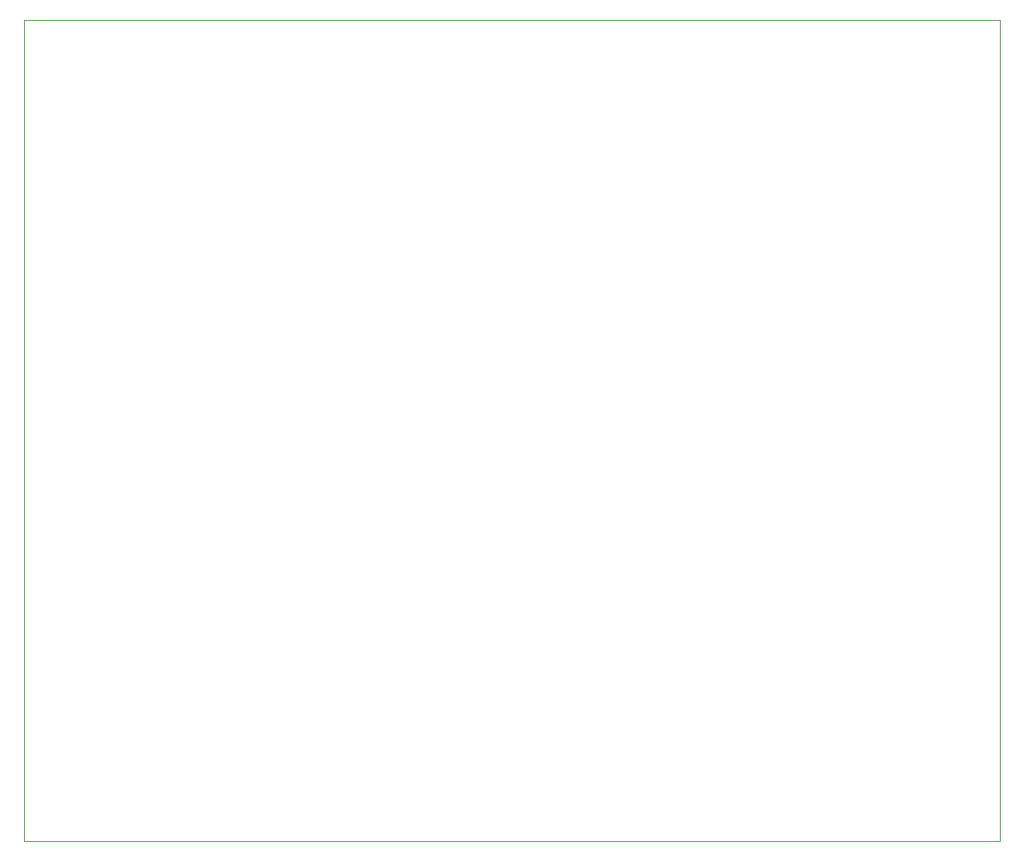
<source format=gko>
%FSLAX42Y42*%
%MOMM*%
G71*
G01*
G75*
%ADD10R,1.10X1.00*%
%ADD11R,1.50X1.30*%
%ADD12R,1.30X1.50*%
%ADD13R,0.76X0.76*%
%ADD14R,0.85X1.00*%
%ADD15R,3.50X4.00*%
%ADD16R,1.00X2.00*%
%ADD17O,1.00X1.80*%
%ADD18R,1.00X1.80*%
%ADD19R,0.60X1.50*%
%ADD20R,7.00X2.80*%
%ADD21R,2.50X2.70*%
%ADD22R,3.40X3.00*%
%ADD23C,0.80*%
%ADD24C,0.50*%
%ADD25C,0.30*%
%ADD26C,1.00*%
%ADD27C,0.60*%
%ADD28C,2.00*%
%ADD29C,0.25*%
%ADD30C,1.20*%
%ADD31C,0.40*%
%ADD32C,0.20*%
%ADD33R,11.00X2.50*%
%ADD34R,11.00X2.50*%
%ADD35R,2.00X0.75*%
%ADD36R,1.75X11.00*%
%ADD37R,3.25X7.50*%
%ADD38R,10.50X8.75*%
%ADD39R,1.99X5.39*%
%ADD40R,7.25X16.25*%
%ADD41R,5.00X10.00*%
%ADD42R,3.00X2.50*%
%ADD43R,5.75X2.75*%
%ADD44C,1.50*%
%ADD45C,1.20*%
%ADD46R,1.50X1.50*%
%ADD47R,1.20X1.20*%
%ADD48C,2.50*%
%ADD49R,1.30X1.30*%
%ADD50C,1.30*%
%ADD51C,2.00*%
%ADD52C,4.76*%
%ADD53R,1.69X1.69*%
%ADD54C,1.69*%
%ADD55C,1.40*%
%ADD56C,3.00*%
%ADD57C,1.60*%
%ADD58R,1.60X1.60*%
%ADD59C,3.30*%
%ADD60C,1.60*%
%ADD61R,1.60X1.60*%
%ADD62C,1.00*%
%ADD63R,15.00X5.00*%
%ADD64R,4.75X10.50*%
%ADD65R,7.50X10.75*%
%ADD66R,10.29X7.25*%
%ADD67R,13.50X10.25*%
%ADD68R,7.75X22.50*%
%ADD69C,0.25*%
%ADD70C,0.15*%
%ADD71R,1.82X0.60*%
%ADD72R,0.20X1.70*%
%ADD73R,1.70X0.30*%
%ADD74R,0.80X0.50*%
%ADD75R,1.61X0.20*%
%ADD76C,0.06*%
%ADD77R,3.00X12.00*%
%ADD78R,7.00X1.50*%
%ADD79R,2.00X2.00*%
%ADD80R,2.00X2.00*%
%ADD81R,1.70X0.40*%
%ADD82R,1.30X1.20*%
%ADD83R,1.70X1.50*%
%ADD84R,1.50X1.70*%
%ADD85R,0.96X0.96*%
%ADD86R,1.05X1.20*%
%ADD87R,3.70X4.20*%
%ADD88R,1.20X2.20*%
%ADD89O,1.20X2.00*%
%ADD90R,1.20X2.00*%
%ADD91R,0.80X1.70*%
%ADD92R,7.20X3.00*%
%ADD93R,2.70X2.90*%
%ADD94R,3.60X3.20*%
%ADD95C,1.70*%
%ADD96C,1.40*%
%ADD97R,1.70X1.70*%
%ADD98R,1.40X1.40*%
%ADD99C,2.70*%
%ADD100R,1.50X1.50*%
%ADD101C,1.50*%
%ADD102C,2.20*%
%ADD103C,4.96*%
%ADD104R,1.89X1.89*%
%ADD105C,1.89*%
%ADD106C,1.60*%
%ADD107C,3.20*%
%ADD108C,1.80*%
%ADD109R,1.80X1.80*%
%ADD110C,3.50*%
%ADD111C,1.80*%
%ADD112R,1.80X1.80*%
%ADD113C,1.20*%
%ADD114C,0.00*%
D114*
X0Y-8670D02*
X10300D01*
Y0D01*
X0D02*
X10300D01*
X0Y-8670D02*
Y0D01*
M02*

</source>
